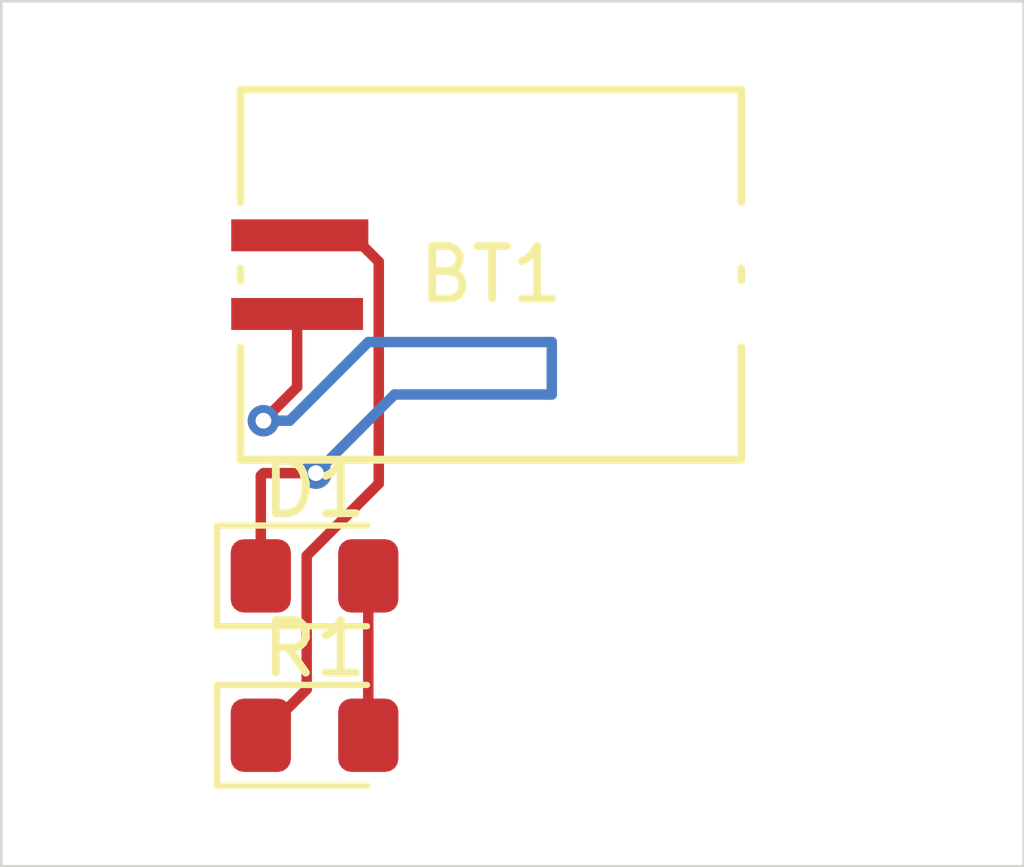
<source format=kicad_pcb>
(kicad_pcb (version 20240108) (generator "pcbnew") (generator_version "8.0")
  (title_block (title "First Project PCB"))
  (layers (0 "F.Cu" signal) (31 "B.Cu" signal) (34 "B.Paste" user) (35 "F.Paste" user) (36 "B.SilkS" user "B.Silkscreen") (37 "F.SilkS" user "F.Silkscreen") (38 "B.Mask" user) (39 "F.Mask" user) (44 "Edge.Cuts" user))
  (net 0 "")
  (net 1 "Net-(BT1--)")
  (net 2 "Net-(BT1-+)")
  (net 3 "Net-(D1-A)")
  (footprint "FS_3_Global_Footprint_Library:MS621FE-FL11E_SEC" (layer "F.Cu") (at 94.8382 117.7138)
    (property "Reference" "BT1" (at 0 0 0) (layer "F.SilkS"))
    (property "Value" "Battery_Cell")
    (fp_line (start -4.7752 -3.5306) (end -4.7752 -1.387541) (stroke (width 0.1524)) (layer "F.SilkS"))
    (fp_line (start -4.7752 -0.112461) (end -4.7752 0.112461) (stroke (width 0.1524)) (layer "F.SilkS"))
    (fp_line (start -4.7752 1.387541) (end -4.7752 3.5306) (stroke (width 0.1524)) (layer "F.SilkS"))
    (fp_line (start -4.7752 3.5306) (end 4.7752 3.5306) (stroke (width 0.1524)) (layer "F.SilkS"))
    (fp_line (start 4.7752 -3.5306) (end -4.7752 -3.5306) (stroke (width 0.1524)) (layer "F.SilkS"))
    (fp_line (start 4.7752 -1.387541) (end 4.7752 -3.5306) (stroke (width 0.1524)) (layer "F.SilkS"))
    (fp_line (start 4.7752 0.112461) (end 4.7752 -0.112461) (stroke (width 0.1524)) (layer "F.SilkS"))
    (fp_line (start 4.7752 3.5306) (end 4.7752 1.387541) (stroke (width 0.1524)) (layer "F.SilkS"))
    (pad "1" smd rect (at -3.6449 -0.750001) (size 2.6162 0.6096) (layers "F.Cu" "F.Paste" "F.Mask") (net 2 "Net-(BT1-+)"))
    (pad "2" smd rect (at -3.6957 0.750001) (size 2.5146 0.6096) (layers "F.Cu" "F.Paste" "F.Mask") (net 1 "Net-(BT1--)"))
  )
  (footprint "LED_SMD:LED_0805_2012Metric_Pad1.15x1.40mm_HandSolder" (layer "F.Cu") (at 91.475 123.46)
    (property "Reference" "D1" (at 0 -1.65 0) (layer "F.SilkS"))
    (property "Value" "LED")
    (fp_line (start -1.86 -0.96) (end -1.86 0.96) (stroke (width 0.12)) (layer "F.SilkS"))
    (fp_line (start -1.86 0.96) (end 1 0.96) (stroke (width 0.12)) (layer "F.SilkS"))
    (fp_line (start 1 -0.96) (end -1.86 -0.96) (stroke (width 0.12)) (layer "F.SilkS"))
    (pad "1" smd roundrect (at -1.025 0) (size 1.15 1.4) (layers "F.Cu" "F.Paste" "F.Mask") (roundrect_rratio 0.217391) (net 1 "Net-(BT1--)"))
    (pad "2" smd roundrect (at 1.025 0) (size 1.15 1.4) (layers "F.Cu" "F.Paste" "F.Mask") (roundrect_rratio 0.217391) (net 3 "Net-(D1-A)"))
  )
  (footprint "LED_SMD:LED_0805_2012Metric_Pad1.15x1.40mm_HandSolder" (layer "F.Cu") (at 91.475 126.5)
    (property "Reference" "R1" (at 0 -1.65 0) (layer "F.SilkS"))
    (property "Value" "R")
    (fp_line (start -1.86 -0.96) (end -1.86 0.96) (stroke (width 0.12)) (layer "F.SilkS"))
    (fp_line (start -1.86 0.96) (end 1 0.96) (stroke (width 0.12)) (layer "F.SilkS"))
    (fp_line (start 1 -0.96) (end -1.86 -0.96) (stroke (width 0.12)) (layer "F.SilkS"))
    (pad "1" smd roundrect (at -1.025 0) (size 1.15 1.4) (layers "F.Cu" "F.Paste" "F.Mask") (roundrect_rratio 0.217391) (net 2 "Net-(BT1-+)"))
    (pad "2" smd roundrect (at 1.025 0) (size 1.15 1.4) (layers "F.Cu" "F.Paste" "F.Mask") (roundrect_rratio 0.217391) (net 3 "Net-(D1-A)"))
  )
  (gr_rect (start 85.5 112.5) (end 105 129) (stroke (width 0.05)) (fill none) (layer "Edge.Cuts"))
  (segment (start 90.45 123.46) (end 90.45 121.55) (width 0.2) (layer "F.Cu") (net 1))
  (segment (start 90.45 121.55) (end 90.5 121.5) (width 0.2) (layer "F.Cu") (net 1))
  (segment (start 90.5 121.5) (end 91.5 121.5) (width 0.2) (layer "F.Cu") (net 1))
  (segment (start 91.1425 119.8575) (end 91.1425 118.463801) (width 0.2) (layer "F.Cu") (net 1))
  (segment (start 90.5 120.5) (end 91.1425 119.8575) (width 0.2) (layer "F.Cu") (net 1))
  (via (at 90.5 120.5) (size 0.6) (drill 0.3) (layers "F.Cu" "B.Cu") (net 1))
  (via (at 91.5 121.5) (size 0.6) (drill 0.3) (layers "F.Cu" "B.Cu") (net 1))
  (segment (start 91.5 120) (end 91 120.5) (width 0.2) (layer "B.Cu") (net 1))
  (segment (start 93 120) (end 96 120) (width 0.2) (layer "B.Cu") (net 1))
  (segment (start 91.5 121.5) (end 93 120) (width 0.2) (layer "B.Cu") (net 1))
  (segment (start 96 120) (end 96 119) (width 0.2) (layer "B.Cu") (net 1))
  (segment (start 91 120.5) (end 90.5 120.5) (width 0.2) (layer "B.Cu") (net 1))
  (segment (start 96 119) (end 92.5 119) (width 0.2) (layer "B.Cu") (net 1))
  (segment (start 92.5 119) (end 91.5 120) (width 0.2) (layer "B.Cu") (net 1))
  (segment (start 91.1933 116.963799) (end 92.1966 116.963799) (width 0.2) (layer "F.Cu") (net 2))
  (segment (start 92.6998 117.466999) (end 92.6998 121.700456) (width 0.2) (layer "F.Cu") (net 2))
  (segment (start 92.1966 116.963799) (end 92.6998 117.466999) (width 0.2) (layer "F.Cu") (net 2))
  (segment (start 91.325 125.625) (end 90.45 126.5) (width 0.2) (layer "F.Cu") (net 2))
  (segment (start 91.325 123.075256) (end 91.325 125.625) (width 0.2) (layer "F.Cu") (net 2))
  (segment (start 92.6998 121.700456) (end 91.325 123.075256) (width 0.2) (layer "F.Cu") (net 2))
  (segment (start 92.5 126.5) (end 92.5 123.46) (width 0.2) (layer "F.Cu") (net 3))
)
</source>
